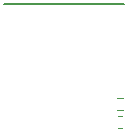
<source format=gbr>
G04 #@! TF.GenerationSoftware,KiCad,Pcbnew,5.1.9+dfsg1-1*
G04 #@! TF.CreationDate,2022-04-23T14:02:49+01:00*
G04 #@! TF.ProjectId,ds_lite_usb_c_revb,64735f6c-6974-4655-9f75-73625f635f72,rev?*
G04 #@! TF.SameCoordinates,Original*
G04 #@! TF.FileFunction,Legend,Top*
G04 #@! TF.FilePolarity,Positive*
%FSLAX46Y46*%
G04 Gerber Fmt 4.6, Leading zero omitted, Abs format (unit mm)*
G04 Created by KiCad (PCBNEW 5.1.9+dfsg1-1) date 2022-04-23 14:02:49*
%MOMM*%
%LPD*%
G01*
G04 APERTURE LIST*
%ADD10C,0.120000*%
%ADD11C,0.150000*%
G04 APERTURE END LIST*
D10*
X153408227Y-77198760D02*
X153065693Y-77198760D01*
X153408227Y-78218760D02*
X153065693Y-78218760D01*
X153498004Y-75662260D02*
X152988556Y-75662260D01*
X153498004Y-76707260D02*
X152988556Y-76707260D01*
D11*
X143421100Y-67703700D02*
X153581100Y-67703700D01*
M02*

</source>
